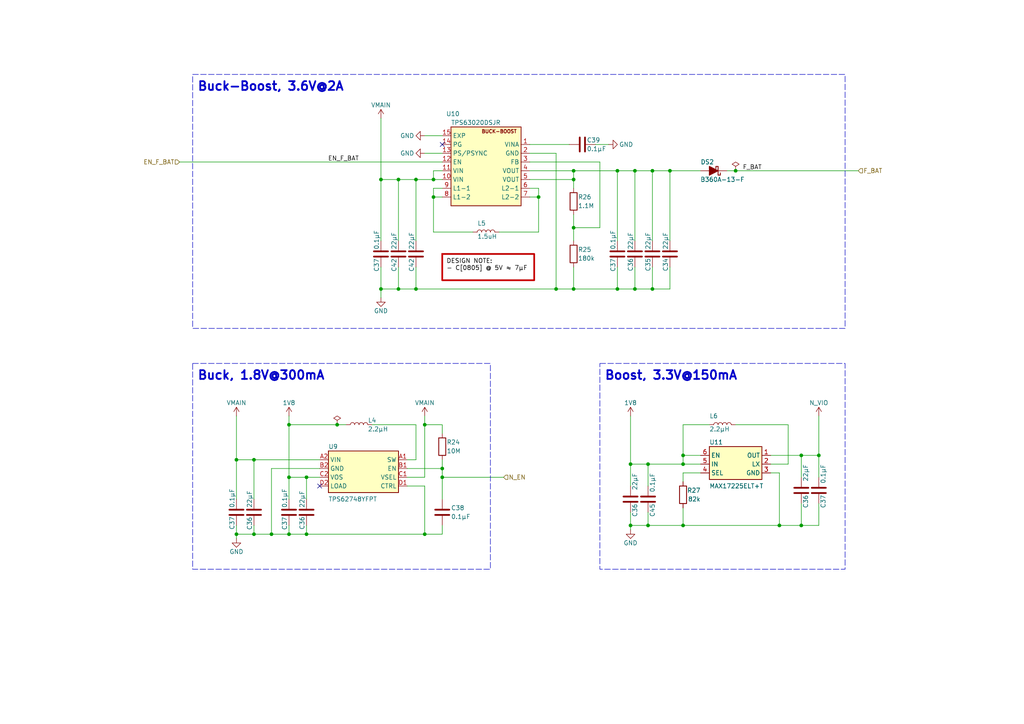
<source format=kicad_sch>
(kicad_sch (version 20230121) (generator eeschema)
  (paper "A4")
  (title_block (title "Notecarrier-F") (date "DRAFT") (rev "B") (comment 1 "Blues Inc") (comment 2 "Heath Raftery"))
  (lib_symbols
    (symbol "Device:C" (pin_numbers hide) (pin_names (offset 0.254))
      (property "Reference" "C" (at 0.635 2.54 0))
      (property "Value" "C" (at 0.635 -2.54 0))
      (symbol "C_1_1"
        (pin passive line (at 0 3.81 270) (length 2.794) (name "~") (number "1"))
        (pin passive line (at 0 -3.81 90) (length 2.794) (name "~") (number "2"))
      )
    )
    (symbol "Device:L" (pin_numbers hide) (pin_names (offset 1.016) hide)
      (property "Reference" "L" (at -1.27 0 90))
      (property "Value" "L" (at 1.905 0 90))
      (symbol "L_1_1"
        (pin passive line (at 0 3.81 270) (length 1.27) (name "1") (number "1"))
        (pin passive line (at 0 -3.81 90) (length 1.27) (name "2") (number "2"))
      )
    )
    (symbol "Device:R" (pin_numbers hide) (pin_names (offset 0))
      (property "Reference" "R" (at 2.032 0 90))
      (property "Value" "R" (at 0 0 90))
      (symbol "R_1_1"
        (pin passive line (at 0 3.81 270) (length 1.27) (name "~") (number "1"))
        (pin passive line (at 0 -3.81 90) (length 1.27) (name "~") (number "2"))
      )
    )
    (symbol "blues-kicad-lib:D_Schottky_Filled_Swapped" (pin_numbers hide) (pin_names (offset 1.016) hide)
      (property "Reference" "D" (at 0 2.54 0))
      (property "Value" "D_Schottky_Filled" (at 0 -2.54 0))
      (symbol "D_Schottky_Filled_Swapped_1_1"
        (pin passive line (at 3.81 0 180) (length 2.54) (name "A") (number "1"))
        (pin passive line (at -3.81 0 0) (length 2.54) (name "K") (number "2"))
      )
    )
    (symbol "blues-kicad-lib:MAX17225ELT_NoLabel"
      (property "Reference" "U5" (at -6.35 6.35 0))
      (property "Value" "MAX17225ELT+" (at -7.62 -6.35 0))
      (symbol "MAX17225ELT_NoLabel_1_1"
        (pin power_out line (at -10.16 2.54 0) (length 2.54) (name "OUT") (number "1"))
        (pin input line (at -10.16 0 0) (length 2.54) (name "LX") (number "2"))
        (pin power_in line (at -10.16 -2.54 0) (length 2.54) (name "GND") (number "3"))
        (pin input line (at 10.16 -2.54 180) (length 2.54) (name "SEL") (number "4"))
        (pin power_in line (at 10.16 0 180) (length 2.54) (name "IN") (number "5"))
        (pin input line (at 10.16 2.54 180) (length 2.54) (name "EN") (number "6"))
      )
    )
    (symbol "blues-kicad-lib:TPS62748YFPT_NoLabel"
      (property "Reference" "U" (at 0 8.89 0))
      (property "Value" "TPS62748YFPT" (at 0 6.35 0))
      (symbol "TPS62748YFPT_NoLabel_1_1"
        (pin power_out line (at 12.7 2.54 180) (length 2.54) (name "SW") (number "A1"))
        (pin power_in line (at -12.7 2.54 0) (length 2.54) (name "VIN") (number "A2"))
        (pin input line (at 12.7 0 180) (length 2.54) (name "EN") (number "B1"))
        (pin power_in line (at -12.7 0 0) (length 2.54) (name "GND") (number "B2"))
        (pin input line (at 12.7 -2.54 180) (length 2.54) (name "VSEL") (number "C1"))
        (pin power_in line (at -12.7 -2.54 0) (length 2.54) (name "VOS") (number "C2"))
        (pin input line (at 12.7 -5.08 180) (length 2.54) (name "CTRL") (number "D1"))
        (pin power_out line (at -12.7 -5.08 0) (length 2.54) (name "LOAD") (number "D2"))
      )
    )
    (symbol "blues-kicad-lib:TPS63020DSJR"
      (property "Reference" "U" (at 0 8.89 0))
      (property "Value" "TPS63020DSJR" (at 0 6.35 0))
      (symbol "TPS63020DSJR_0_1"
        (text "BUCK-BOOST" (at -3.81 3.81 0) (effects (font (size 1 1) bold)))
      )
      (symbol "TPS63020DSJR_1_0"
        (pin power_in line (at 12.7 -10.16 180) (length 2.54) (name "VIN") (number "10"))
        (pin power_in line (at 12.7 -7.62 180) (length 2.54) (name "VIN") (number "11"))
        (pin input line (at 12.7 -5.08 180) (length 2.54) (name "EN") (number "12"))
        (pin input line (at 12.7 -2.54 180) (length 2.54) (name "PS/PSYNC") (number "13"))
        (pin output line (at 12.7 0 180) (length 2.54) (name "PG") (number "14"))
        (pin input line (at 12.7 -15.24 180) (length 2.54) (name "L1-2") (number "8"))
        (pin input line (at 12.7 -12.7 180) (length 2.54) (name "L1-1") (number "9"))
      )
      (symbol "TPS63020DSJR_1_1"
        (pin passive line (at -12.7 0 0) (length 2.54) (name "VINA") (number "1"))
        (pin power_in line (at 12.7 2.54 180) (length 2.54) (name "EXP") (number "15"))
        (pin power_in line (at -12.7 -2.54 0) (length 2.54) (name "GND") (number "2"))
        (pin input line (at -12.7 -5.08 0) (length 2.54) (name "FB") (number "3"))
        (pin power_out line (at -12.7 -7.62 0) (length 2.54) (name "VOUT") (number "4"))
        (pin power_in line (at -12.7 -10.16 0) (length 2.54) (name "VOUT") (number "5"))
        (pin input line (at -12.7 -12.7 0) (length 2.54) (name "L2-1") (number "6"))
        (pin input line (at -12.7 -15.24 0) (length 2.54) (name "L2-2") (number "7"))
      )
    )
    (symbol "blues-kicad-lib:power_1V8" (power) (pin_names (offset 0)) (in_bom no) (on_board no)
      (property "Value" "1V8" (at 0 3.81 0))
      (symbol "power_1V8_1_1"
        (pin power_in line (at 0 0 90) (length 0) hide (name "1V8") (number "1"))
      )
    )
    (symbol "blues-kicad-lib:power_N_VIO" (power) (pin_names (offset 0)) (in_bom no) (on_board no)
      (property "Value" "N_VIO" (at 0 3.81 0))
      (symbol "power_N_VIO_1_1"
        (pin power_in line (at 0 0 90) (length 0) hide (name "N_VIO") (number "1"))
      )
    )
    (symbol "blues-kicad-lib:power_VMAIN" (power) (pin_names (offset 0)) (in_bom no) (on_board no)
      (property "Value" "VMAIN" (at 0 3.81 0))
      (symbol "power_VMAIN_1_1"
        (pin power_in line (at 0 0 90) (length 0) hide (name "VMAIN") (number "1"))
      )
    )
    (symbol "power:GND" (power) (pin_names (offset 0))
      (property "Value" "GND" (at 0 -3.81 0))
      (symbol "GND_1_1"
        (pin power_in line (at 0 0 270) (length 0) hide (name "GND") (number "1"))
      )
    )
    (symbol "power:PWR_FLAG" (power) (pin_numbers hide) (pin_names (offset 0) hide)
      (property "Value" "PWR_FLAG" (at 0 3.81 0))
      (symbol "PWR_FLAG_0_0"
        (pin power_out line (at 0 0 90) (length 0) (name "pwr") (number "1"))
      )
    )
  )
  (junction (at 187.96 152.4))
  (junction (at 184.15 49.53))
  (junction (at 125.73 52.07))
  (junction (at 179.07 83.82))
  (junction (at 88.9 154.94))
  (junction (at 184.15 83.82))
  (junction (at 232.41 152.4))
  (junction (at 115.57 83.82))
  (junction (at 97.79 123.19))
  (junction (at 189.23 49.53))
  (junction (at 194.31 49.53))
  (junction (at 128.27 138.43))
  (junction (at 226.06 152.4))
  (junction (at 110.49 52.07))
  (junction (at 83.82 138.43))
  (junction (at 78.74 154.94))
  (junction (at 123.19 123.19))
  (junction (at 68.58 154.94))
  (junction (at 88.9 138.43))
  (junction (at 166.37 52.07))
  (junction (at 156.21 57.15))
  (junction (at 237.49 132.08))
  (junction (at 166.37 49.53))
  (junction (at 182.88 152.4))
  (junction (at 189.23 83.82))
  (junction (at 179.07 49.53))
  (junction (at 128.27 135.89))
  (junction (at 73.66 133.35))
  (junction (at 166.37 66.04))
  (junction (at 198.12 152.4))
  (junction (at 83.82 154.94))
  (junction (at 120.65 52.07))
  (junction (at 110.49 83.82))
  (junction (at 198.12 134.62))
  (junction (at 187.96 134.62))
  (junction (at 115.57 52.07))
  (junction (at 68.58 133.35))
  (junction (at 120.65 83.82))
  (junction (at 125.73 57.15))
  (junction (at 182.88 134.62))
  (junction (at 232.41 132.08))
  (junction (at 83.82 123.19))
  (junction (at 166.37 83.82))
  (junction (at 213.36 49.53))
  (junction (at 198.12 132.08))
  (junction (at 161.29 83.82))
  (junction (at 73.66 154.94))
  (junction (at 123.19 154.94))
  (no_connect (at 92.71 140.97))
  (no_connect (at 128.27 41.91))
  (wire (pts (xy 184.15 83.82) (xy 189.23 83.82)))
  (wire (pts (xy 166.37 66.04) (xy 173.99 66.04)))
  (wire (pts (xy 115.57 52.07) (xy 120.65 52.07)))
  (wire (pts (xy 123.19 138.43) (xy 123.19 123.19)))
  (wire (pts (xy 173.99 46.99) (xy 153.67 46.99)))
  (wire (pts (xy 172.72 41.91) (xy 176.53 41.91)))
  (wire (pts (xy 115.57 83.82) (xy 120.65 83.82)))
  (wire (pts (xy 110.49 34.29) (xy 110.49 52.07)))
  (wire (pts (xy 68.58 133.35) (xy 68.58 144.78)))
  (wire (pts (xy 153.67 49.53) (xy 166.37 49.53)))
  (wire (pts (xy 228.6 123.19) (xy 213.36 123.19)))
  (wire (pts (xy 73.66 133.35) (xy 92.71 133.35)))
  (wire (pts (xy 110.49 77.47) (xy 110.49 83.82)))
  (wire (pts (xy 228.6 134.62) (xy 228.6 123.19)))
  (wire (pts (xy 194.31 49.53) (xy 194.31 69.85)))
  (wire (pts (xy 125.73 54.61) (xy 125.73 57.15)))
  (wire (pts (xy 166.37 49.53) (xy 179.07 49.53)))
  (wire (pts (xy 153.67 44.45) (xy 161.29 44.45)))
  (wire (pts (xy 205.74 123.19) (xy 198.12 123.19)))
  (wire (pts (xy 198.12 134.62) (xy 187.96 134.62)))
  (wire (pts (xy 92.71 135.89) (xy 78.74 135.89)))
  (wire (pts (xy 187.96 152.4) (xy 198.12 152.4)))
  (wire (pts (xy 120.65 52.07) (xy 125.73 52.07)))
  (wire (pts (xy 128.27 133.35) (xy 128.27 135.89)))
  (wire (pts (xy 128.27 135.89) (xy 128.27 138.43)))
  (wire (pts (xy 156.21 54.61) (xy 156.21 57.15)))
  (wire (pts (xy 78.74 135.89) (xy 78.74 154.94)))
  (wire (pts (xy 166.37 62.23) (xy 166.37 66.04)))
  (wire (pts (xy 88.9 138.43) (xy 88.9 144.78)))
  (wire (pts (xy 125.73 57.15) (xy 125.73 67.31)))
  (wire (pts (xy 153.67 52.07) (xy 166.37 52.07)))
  (wire (pts (xy 125.73 49.53) (xy 125.73 52.07)))
  (wire (pts (xy 179.07 49.53) (xy 179.07 69.85)))
  (wire (pts (xy 198.12 132.08) (xy 198.12 134.62)))
  (wire (pts (xy 166.37 66.04) (xy 166.37 69.85)))
  (wire (pts (xy 68.58 154.94) (xy 68.58 156.21)))
  (wire (pts (xy 120.65 123.19) (xy 120.65 133.35)))
  (wire (pts (xy 68.58 133.35) (xy 73.66 133.35)))
  (wire (pts (xy 166.37 49.53) (xy 166.37 52.07)))
  (wire (pts (xy 237.49 120.65) (xy 237.49 132.08)))
  (wire (pts (xy 198.12 147.32) (xy 198.12 152.4)))
  (wire (pts (xy 128.27 125.73) (xy 128.27 123.19)))
  (wire (pts (xy 198.12 139.7) (xy 198.12 137.16)))
  (wire (pts (xy 83.82 154.94) (xy 88.9 154.94)))
  (wire (pts (xy 166.37 83.82) (xy 179.07 83.82)))
  (wire (pts (xy 182.88 152.4) (xy 182.88 153.67)))
  (wire (pts (xy 115.57 77.47) (xy 115.57 83.82)))
  (wire (pts (xy 156.21 57.15) (xy 153.67 57.15)))
  (wire (pts (xy 210.82 49.53) (xy 213.36 49.53)))
  (wire (pts (xy 189.23 49.53) (xy 189.23 69.85)))
  (wire (pts (xy 153.67 54.61) (xy 156.21 54.61)))
  (wire (pts (xy 128.27 46.99) (xy 52.07 46.99)))
  (wire (pts (xy 110.49 83.82) (xy 110.49 86.36)))
  (wire (pts (xy 128.27 135.89) (xy 118.11 135.89)))
  (wire (pts (xy 83.82 120.65) (xy 83.82 123.19)))
  (wire (pts (xy 166.37 52.07) (xy 166.37 54.61)))
  (wire (pts (xy 123.19 39.37) (xy 128.27 39.37)))
  (wire (pts (xy 120.65 77.47) (xy 120.65 83.82)))
  (wire (pts (xy 182.88 134.62) (xy 187.96 134.62)))
  (wire (pts (xy 110.49 52.07) (xy 110.49 69.85)))
  (wire (pts (xy 68.58 120.65) (xy 68.58 133.35)))
  (wire (pts (xy 223.52 134.62) (xy 228.6 134.62)))
  (wire (pts (xy 128.27 152.4) (xy 128.27 154.94)))
  (wire (pts (xy 118.11 140.97) (xy 123.19 140.97)))
  (wire (pts (xy 198.12 123.19) (xy 198.12 132.08)))
  (wire (pts (xy 194.31 49.53) (xy 203.2 49.53)))
  (wire (pts (xy 161.29 83.82) (xy 166.37 83.82)))
  (wire (pts (xy 110.49 52.07) (xy 115.57 52.07)))
  (wire (pts (xy 118.11 138.43) (xy 123.19 138.43)))
  (wire (pts (xy 83.82 123.19) (xy 97.79 123.19)))
  (wire (pts (xy 128.27 57.15) (xy 125.73 57.15)))
  (wire (pts (xy 156.21 57.15) (xy 156.21 67.31)))
  (wire (pts (xy 182.88 152.4) (xy 187.96 152.4)))
  (wire (pts (xy 161.29 44.45) (xy 161.29 83.82)))
  (wire (pts (xy 198.12 137.16) (xy 203.2 137.16)))
  (wire (pts (xy 115.57 52.07) (xy 115.57 69.85)))
  (wire (pts (xy 198.12 134.62) (xy 203.2 134.62)))
  (wire (pts (xy 237.49 152.4) (xy 232.41 152.4)))
  (wire (pts (xy 226.06 152.4) (xy 198.12 152.4)))
  (wire (pts (xy 182.88 148.59) (xy 182.88 152.4)))
  (wire (pts (xy 223.52 137.16) (xy 226.06 137.16)))
  (wire (pts (xy 237.49 138.43) (xy 237.49 132.08)))
  (wire (pts (xy 232.41 146.05) (xy 232.41 152.4)))
  (wire (pts (xy 88.9 138.43) (xy 92.71 138.43)))
  (wire (pts (xy 128.27 138.43) (xy 128.27 144.78)))
  (wire (pts (xy 189.23 83.82) (xy 194.31 83.82)))
  (wire (pts (xy 73.66 133.35) (xy 73.66 144.78)))
  (wire (pts (xy 203.2 132.08) (xy 198.12 132.08)))
  (wire (pts (xy 179.07 49.53) (xy 184.15 49.53)))
  (wire (pts (xy 88.9 154.94) (xy 123.19 154.94)))
  (wire (pts (xy 128.27 138.43) (xy 146.05 138.43)))
  (wire (pts (xy 128.27 49.53) (xy 125.73 49.53)))
  (wire (pts (xy 182.88 140.97) (xy 182.88 134.62)))
  (wire (pts (xy 223.52 132.08) (xy 232.41 132.08)))
  (wire (pts (xy 189.23 49.53) (xy 194.31 49.53)))
  (wire (pts (xy 189.23 77.47) (xy 189.23 83.82)))
  (wire (pts (xy 232.41 132.08) (xy 232.41 138.43)))
  (wire (pts (xy 100.33 123.19) (xy 97.79 123.19)))
  (wire (pts (xy 182.88 120.65) (xy 182.88 134.62)))
  (wire (pts (xy 110.49 83.82) (xy 115.57 83.82)))
  (wire (pts (xy 73.66 152.4) (xy 73.66 154.94)))
  (wire (pts (xy 123.19 120.65) (xy 123.19 123.19)))
  (wire (pts (xy 237.49 146.05) (xy 237.49 152.4)))
  (wire (pts (xy 120.65 83.82) (xy 161.29 83.82)))
  (wire (pts (xy 83.82 138.43) (xy 88.9 138.43)))
  (wire (pts (xy 78.74 154.94) (xy 83.82 154.94)))
  (wire (pts (xy 179.07 83.82) (xy 184.15 83.82)))
  (wire (pts (xy 184.15 77.47) (xy 184.15 83.82)))
  (wire (pts (xy 187.96 140.97) (xy 187.96 134.62)))
  (wire (pts (xy 237.49 132.08) (xy 232.41 132.08)))
  (wire (pts (xy 83.82 123.19) (xy 83.82 138.43)))
  (wire (pts (xy 68.58 154.94) (xy 73.66 154.94)))
  (wire (pts (xy 179.07 77.47) (xy 179.07 83.82)))
  (wire (pts (xy 83.82 144.78) (xy 83.82 138.43)))
  (wire (pts (xy 173.99 66.04) (xy 173.99 46.99)))
  (wire (pts (xy 88.9 152.4) (xy 88.9 154.94)))
  (wire (pts (xy 194.31 77.47) (xy 194.31 83.82)))
  (wire (pts (xy 107.95 123.19) (xy 120.65 123.19)))
  (wire (pts (xy 166.37 77.47) (xy 166.37 83.82)))
  (wire (pts (xy 120.65 133.35) (xy 118.11 133.35)))
  (wire (pts (xy 184.15 49.53) (xy 184.15 69.85)))
  (wire (pts (xy 187.96 148.59) (xy 187.96 152.4)))
  (wire (pts (xy 123.19 44.45) (xy 128.27 44.45)))
  (wire (pts (xy 83.82 152.4) (xy 83.82 154.94)))
  (wire (pts (xy 125.73 52.07) (xy 128.27 52.07)))
  (wire (pts (xy 232.41 152.4) (xy 226.06 152.4)))
  (wire (pts (xy 184.15 49.53) (xy 189.23 49.53)))
  (wire (pts (xy 123.19 140.97) (xy 123.19 154.94)))
  (wire (pts (xy 226.06 137.16) (xy 226.06 152.4)))
  (wire (pts (xy 125.73 67.31) (xy 137.16 67.31)))
  (wire (pts (xy 123.19 123.19) (xy 128.27 123.19)))
  (wire (pts (xy 156.21 67.31) (xy 144.78 67.31)))
  (wire (pts (xy 73.66 154.94) (xy 78.74 154.94)))
  (wire (pts (xy 128.27 154.94) (xy 123.19 154.94)))
  (wire (pts (xy 213.36 49.53) (xy 248.92 49.53)))
  (wire (pts (xy 128.27 54.61) (xy 125.73 54.61)))
  (wire (pts (xy 68.58 152.4) (xy 68.58 154.94)))
  (wire (pts (xy 153.67 41.91) (xy 165.1 41.91)))
  (wire (pts (xy 120.65 52.07) (xy 120.65 69.85)))
  (rectangle (start 173.99 105.41) (end 245.11 165.1) (stroke (width 0) (type dash)))
  (rectangle (start 55.88 21.59) (end 245.11 95.25) (stroke (width 0) (type dash)))
  (rectangle (start 55.88 105.41) (end 142.24 165.1) (stroke (width 0) (type dash)))
  (text_box "DESIGN NOTE:\n- C[0805] @ 5V ≈ 7µF" (at 128.27 73.66 0) (size 26.67 7.62) (stroke (width 0.5) (color 194 0 0 1)) (effects (font (size 1.27 1.27)) (justify left top)))
  (text "Boost, 3.3V@150mA" (at 175.26 110.49 0) (effects (font (size 2.54 2.54) (thickness 0.508) bold) (justify left bottom)))
  (text "Buck-Boost, 3.6V@2A" (at 57.15 26.67 0) (effects (font (size 2.54 2.54) (thickness 0.508) bold) (justify left bottom)))
  (text "Buck, 1.8V@300mA" (at 57.15 110.49 0) (effects (font (size 2.54 2.54) (thickness 0.508) bold) (justify left bottom)))
  (label "F_BAT" (at 220.98 49.53 180))
  (label "EN_F_BAT" (at 104.14 46.99 180))
  (hierarchical_label "F_BAT" (shape input) (at 248.92 49.53 0))
  (hierarchical_label "EN_F_BAT" (shape input) (at 52.07 46.99 180))
  (hierarchical_label "N_EN" (shape input) (at 146.05 138.43 0))
  (symbol (lib_id "blues-kicad-lib:MAX17225ELT_NoLabel") (at 213.36 134.62 0) (mirror y) (unit 1)
    (property "Reference" "U11" (at 205.74 128.27 0) (effects (justify right)))
    (property "Value" "MAX17225ELT+T" (at 205.74 140.97 0) (effects (justify right)))
    (property "Footprint" "blues-kicad-lib:MAX17225ELT+UDFN_Fv1.2" (effects hide))
    (property "Datasheet" "http://datasheet.octopart.com/MAX17225ELT%2BT-Maxim-Integrated-datasheet-97040570.pdf" (effects hide))
    (property "Description" "IC VOLTAGE REGULATOR SWITCHING BOOST 400mV-5.5V IN 1.8V-5V 1A OUT SMT UDFN-6" (effects hide))
    (property "Manufacturer" "Maxim Integrated" (effects hide))
    (property "MPN" "MAX17225ELT+T" (effects hide))
    (property "Mfr Description" "nanoPower Boost Converter that Extends Battery Life and Reduces Solution Size" (effects hide))
    (property "Design Description" "IC REG BOOST ADJ 1A NANO 6UDFN" (effects hide))
    (property "Design MPN" "MAX17225ELT+" (effects hide))
    (property "Design Manufacturer" "Maxim" (effects hide))
    (property "Design Order Code" "MAX17225ELT+ -ND" (effects hide))
    (property "Design Supplier" "Digi-Key" (effects hide))
    (instances (project "Notecarrier-F" (path "" (reference "U11") (unit 1)) (path "" (reference "U7") (unit 1))))
  )
  (symbol (lib_id "Device:C") (at 182.88 144.78 180) (unit 1)
    (property "Reference" "C36" (at 184.15 146.05 90) (effects (justify left)))
    (property "Value" "22µF" (at 184.15 137.16 90) (effects (justify left)))
    (property "Footprint" "blues-kicad-lib:C-0805_Fv1.2" (effects hide))
    (property "Datasheet" "https://datasheet.octopart.com/CL21A226MOQNNNE-Samsung-Electro-Mechanics-datasheet-136031812.pdf" (effects hide))
    (property "Description" "CAP CER 22uF 20% 16V X5R SMT 0805" (effects hide))
    (property "Manufacturer" "Samsung" (effects hide))
    (property "MPN" "CL21A226MOQNNNE" (effects hide))
    (property "Mfr Description" "Cap Ceramic 22uF 16V X5R 20% SMD 0805 85°C Embossed Plastic T/R" (effects hide))
    (property "Design Description" "Capacitor ceramic 22u ±10% X5R 16V 0805" (effects hide))
    (property "Design MPN" "N/A" (effects hide))
    (property "Design Manufacturer" "N/A" (effects hide))
    (instances (project "Notecarrier-F" (path "" (reference "C36") (unit 1)) (path "" (reference "C21") (unit 1))))
  )
  (symbol (lib_id "Device:L") (at 140.97 67.31 270) (mirror x) (unit 1)
    (property "Reference" "L5" (at 139.7 64.77 90))
    (property "Value" "1.5uH" (at 138.43 68.58 90) (effects (justify left)))
    (property "Footprint" "blues-kicad-lib:VCHA042A-1R5MS6_Fv1.2" (effects hide))
    (property "Description" "IND 1.5uH 20% 7.3A SMT 4.2mmx4.0mmx2.1mm" (effects hide))
    (property "Manufacturer" "Cyntec" (effects hide))
    (property "MPN" "VCHA042A-1R5MS6" (effects hide))
    (property "Mfr Description" "Fixed Ind 1.5UH 7.3A 15.4MOHM Sm" (effects hide))
    (property "Design Description" "Fixed Ind 1.5UH 7.3A 15.4 Mohm" (effects hide))
    (property "Design MPN" "VCHA042A-1R5MS6" (effects hide))
    (property "Design Manufacturer" "Cyntec" (effects hide))
    (property "Design Order Code" "2037-VCHA042A-1R5MS6CT-ND" (effects hide))
    (property "Design Supplier" "Digi-Key" (effects hide))
    (instances (project "Notecarrier-F" (path "" (reference "L5") (unit 1)) (path "" (reference "L2") (unit 1))))
  )
  (symbol (lib_id "blues-kicad-lib:D_Schottky_Filled_Swapped") (at 207.01 49.53 180) (unit 1)
    (property "Reference" "DS2" (at 203.2 46.99 0) (effects (justify right)))
    (property "Value" "B360A-13-F" (at 209.55 52.07 0))
    (property "Footprint" "blues-kicad-lib:DO-214AC SMA_Fv1.2" (effects hide))
    (property "Datasheet" "https://datasheet.octopart.com/B360A-13-F-Diodes-Inc.-datasheet-8329522.pdf" (effects hide))
    (property "MPN" "B360A-13-F" (effects hide))
    (property "Mfr Description" "Rectifier Diode, Schottky, 1 Phase, 1 Element, 3A, 60V V(RRM), Silicon, DO-214AC" (effects hide))
    (property "Description" "DIODE SCHOTTKY 60V 3A SMT DO-214AC-2/SMA" (effects hide))
    (property "Manufacturer" "Diodes Inc." (effects hide))
    (property "Design Description" "Schottky Diode B360-13-F 60V/3A" (effects hide))
    (property "Design MPN" "B360A-13-F" (effects hide))
    (property "Design Manufacturer" "Diodes Inc" (effects hide))
    (property "Design Order Code" "B360A-FDICT-ND" (effects hide))
    (property "Design Supplier" "Digi-Key" (effects hide))
    (instances (project "Notecarrier-F" (path "" (reference "DS2") (unit 1)) (path "" (reference "DS5") (unit 1))))
  )
  (symbol (lib_id "power:GND") (at 182.88 153.67 0) (mirror y) (unit 1)
    (property "Reference" "#PWR075" (effects hide))
    (property "Value" "GND" (at 182.88 157.48 0))
    (instances (project "Notecarrier-F" (path "" (reference "#PWR075") (unit 1)) (path "" (reference "#PWR010") (unit 1))))
  )
  (symbol (lib_id "Device:C") (at 168.91 41.91 270) (mirror x) (unit 1)
    (property "Reference" "C39" (at 170.18 40.64 90) (effects (justify left)))
    (property "Value" "0.1µF" (at 170.18 43.18 90) (effects (justify left)))
    (property "Footprint" "blues-kicad-lib:C-0402_Fv1.2" (effects hide))
    (property "Datasheet" "http://datasheet.octopart.com/CC0402KRX7R7BB104-Yageo-datasheet-10883670.pdf" (effects hide))
    (property "Description" "CAP CER 100nF 10% 16V X7R SMT 0402" (effects hide))
    (property "Manufacturer" "Yageo" (effects hide))
    (property "Datasheet 2" "http://datasheet.octopart.com/CL05B104KO5NNNC-Samsung-Electro-Mechanics-datasheet-81461623.pdf" (effects hide))
    (property "Datasheet 3" "https://datasheet.octopart.com/GRM155R71C104KA88D-Murata-datasheet-6387203.pdf" (effects hide))
    (property "MPN" "CC0402KRX7R7BB104" (effects hide))
    (property "MPN 2" "CL05B104KO5NNNC" (effects hide))
    (property "MPN 3" "GRM155R71C104KA88D" (effects hide))
    (property "Manufacturer 2" "Samsung" (effects hide))
    (property "Manufacturer 3" "Murata" (effects hide))
    (property "Mfr Description" "0402 0.1 uF 16 V ±10 % Tolerance X7R SMT Multilayer Ceramic Capacitor" (effects hide))
    (property "Mfr Description 2" "Ceramic capacitor SMD-0402 100nF /16V X7R# K +-10%, Samsung, RoHS" (effects hide))
    (property "Mfr Description 3" "Multilayer Ceramic Capacitor, 0.1 uF, 16 V, ± 10%, X7R, 0402 [1005 Metric]" (effects hide))
    (property "Design Description" "Capacitor ceramic 100n ±10% X7R 16V 0402" (effects hide))
    (property "Design MPN" "N/A" (effects hide))
    (property "Design Manufacturer" "N/A" (effects hide))
    (property "Design Order Code" "490-3261-1-ND" (effects hide))
    (property "Design Supplier" "Digi-Key" (effects hide))
    (instances (project "Notecarrier-F" (path "" (reference "C39") (unit 1)) (path "" (reference "C18") (unit 1))))
  )
  (symbol (lib_id "Device:R") (at 128.27 129.54 180) (unit 1)
    (property "Reference" "R24" (at 129.54 128.27 0) (effects (justify right)))
    (property "Value" "10M" (at 129.54 130.81 0) (effects (justify right)))
    (property "Footprint" "blues-kicad-lib:R-0402_Fv1.2" (effects hide))
    (property "Datasheet" "http://datasheet.octopart.com/RC0402FR-0710ML-Yageo-datasheet-10408619.pdf" (effects hide))
    (property "Description" "RES 10M OHM 1% 1/16W SMT 0402" (effects hide))
    (property "Manufacturer" "Yageo" (effects hide))
    (property "Datasheet 2" "https://datasheet.octopart.com/AC0402FR-0710ML-Yageo-datasheet-12512238.pdf" (effects hide))
    (property "MPN" "RC0402FR-0710ML" (effects hide))
    (property "MPN 2" "AC0402FR-0710ML" (effects hide))
    (property "Manufacturer 2" "Yageo" (effects hide))
    (property "Mfr Description" "Res General Purpose Thick Film 0402 10M Ohm 1% 1/16W ±100ppm/°C Molded Paper T/R" (effects hide))
    (property "Mfr Description 2" "Res Thick Film 0402 10M Ohm 1% 0.063W(1/16W) ±100ppm/C Pad SMD Automotive T/R" (effects hide))
    (property "Design Description" "Resistor 10M ±1% 0402" (effects hide))
    (property "Design MPN" "N/A" (effects hide))
    (property "Design Manufacturer" "N/A" (effects hide))
    (property "Design Order Code" "RC0402FR-0710ML" (effects hide))
    (property "Design Supplier" "Digi-Key" (effects hide))
    (instances (project "Notecarrier-F" (path "" (reference "R24") (unit 1)) (path "" (reference "R19") (unit 1))))
  )
  (symbol (lib_id "power:GND") (at 110.49 86.36 0) (mirror y) (unit 1)
    (property "Reference" "#PWR073" (effects hide))
    (property "Value" "GND" (at 110.49 90.17 0))
    (instances (project "Notecarrier-F" (path "" (reference "#PWR073") (unit 1)) (path "" (reference "#PWR012") (unit 1))))
  )
  (symbol (lib_id "power:GND") (at 123.19 44.45 270) (mirror x) (unit 1)
    (property "Reference" "#PWR073" (effects hide))
    (property "Value" "GND" (at 118.11 44.45 90))
    (instances (project "Notecarrier-F" (path "" (reference "#PWR073") (unit 1)) (path "" (reference "#PWR03") (unit 1))))
  )
  (symbol (lib_id "blues-kicad-lib:TPS62748YFPT_NoLabel") (at 105.41 135.89 0) (unit 1)
    (property "Reference" "U9" (at 95.25 129.54 0) (effects (justify left)))
    (property "Value" "TPS62748YFPT" (at 95.25 144.78 0) (effects (justify left)))
    (property "Footprint" "blues-kicad-lib:TPS62748YFPT-DSBGA4x2_Fv1.2" (effects hide))
    (property "Datasheet" "https://octopart.com/click/track?ai=8983&ct=datasheets&sig=0c107d0&at=physicalpart&sid=370&ppid=65759719&hlid=32268017" (effects hide))
    (property "Description" "IC VOLTAGE REGULATOR SWITCHING BUCK 2.15V-5.5V IN 1.2V/1.8V 300mA OUT SMT DSBGA-8" (effects hide))
    (property "Manufacturer" "Texas Instruments" (effects hide))
    (property "Datasheet 2" "https://octopart.com/click/track?ai=8983&ct=datasheets&sig=0bb88ac&at=physicalpart&sid=370&ppid=65759720&hlid=32268020" (effects hide))
    (property "MPN" "TPS62748YFPR" (effects hide))
    (property "MPN 2" "TPS62748YFPT" (effects hide))
    (property "Manufacturer 2" "Texas Instruments" (effects hide))
    (property "Mfr Description" "High-efficiency Buck Converter with Ultra-low Quiescent Current and Load Switch 8-DSBGA -40 to 125" (effects hide))
    (property "Mfr Description 2" "Conv DC-DC 2.15V to 5.5V Step Down Single-Out 1.2V/1.8V 0.3A 8-Pin DSBGA T/R" (effects hide))
    (property "Design Description" "IC REG BUCK PROG 300MA 8DSBGA" (effects hide))
    (property "Design MPN" "TPS62748YFPT" (effects hide))
    (property "Design Manufacturer" "Texas Instruments" (effects hide))
    (property "Design Order Code" "296-43000-1-ND" (effects hide))
    (property "Design Supplier" "Digi-Key" (effects hide))
    (instances (project "Notecarrier-F" (path "" (reference "U9") (unit 1)) (path "" (reference "U8") (unit 1))))
  )
  (symbol (lib_id "blues-kicad-lib:power_VMAIN") (at 110.49 34.29 0) (unit 1) (in_bom no) (on_board no)
    (property "Reference" "#PWR069" (effects hide))
    (property "Value" "VMAIN" (at 110.49 30.48 0))
    (instances (project "Notecarrier-F" (path "" (reference "#PWR069") (unit 1)) (path "" (reference "#PWR07") (unit 1))))
  )
  (symbol (lib_id "blues-kicad-lib:power_VMAIN") (at 68.58 120.65 0) (unit 1) (in_bom no) (on_board no)
    (property "Reference" "#PWR069" (effects hide))
    (property "Value" "VMAIN" (at 68.58 116.84 0))
    (instances (project "Notecarrier-F" (path "" (reference "#PWR069") (unit 1)) (path "" (reference "#PWR04") (unit 1))))
  )
  (symbol (lib_id "Device:C") (at 115.57 73.66 180) (unit 1)
    (property "Reference" "C42" (at 114.3 74.93 90) (effects (justify left)))
    (property "Value" "22µF" (at 114.3 67.31 90) (effects (justify left)))
    (property "Footprint" "blues-kicad-lib:C-0805_Fv1.2" (effects hide))
    (property "Datasheet" "https://datasheet.octopart.com/CL21A226MOQNNNE-Samsung-Electro-Mechanics-datasheet-136031812.pdf" (effects hide))
    (property "Description" "CAP CER 22uF 20% 16V X5R SMT 0805" (effects hide))
    (property "Manufacturer" "Samsung" (effects hide))
    (property "MPN" "CL21A226MOQNNNE" (effects hide))
    (property "Mfr Description" "Cap Ceramic 22uF 16V X5R 20% SMD 0805 85°C Embossed Plastic T/R" (effects hide))
    (property "Design Description" "Capacitor ceramic 22u ±10% X5R 16V 0805" (effects hide))
    (property "Design MPN" "N/A" (effects hide))
    (property "Design Manufacturer" "N/A" (effects hide))
    (instances (project "Notecarrier-F" (path "" (reference "C42") (unit 1)) (path "" (reference "C17") (unit 1))))
  )
  (symbol (lib_id "Device:C") (at 179.07 73.66 180) (unit 1)
    (property "Reference" "C37" (at 177.8 74.93 90) (effects (justify left)))
    (property "Value" "0.1µF" (at 177.8 72.39 90) (effects (justify right)))
    (property "Footprint" "blues-kicad-lib:C-0402_Fv1.2" (effects hide))
    (property "Datasheet" "http://datasheet.octopart.com/CC0402KRX7R7BB104-Yageo-datasheet-10883670.pdf" (effects hide))
    (property "Description" "CAP CER 100nF 10% 16V X7R SMT 0402" (effects hide))
    (property "Manufacturer" "Yageo" (effects hide))
    (property "Datasheet 2" "http://datasheet.octopart.com/CL05B104KO5NNNC-Samsung-Electro-Mechanics-datasheet-81461623.pdf" (effects hide))
    (property "Datasheet 3" "https://datasheet.octopart.com/GRM155R71C104KA88D-Murata-datasheet-6387203.pdf" (effects hide))
    (property "MPN" "CC0402KRX7R7BB104" (effects hide))
    (property "MPN 2" "CL05B104KO5NNNC" (effects hide))
    (property "MPN 3" "GRM155R71C104KA88D" (effects hide))
    (property "Manufacturer 2" "Samsung" (effects hide))
    (property "Manufacturer 3" "Murata" (effects hide))
    (property "Mfr Description" "0402 0.1 uF 16 V ±10 % Tolerance X7R SMT Multilayer Ceramic Capacitor" (effects hide))
    (property "Mfr Description 2" "Ceramic capacitor SMD-0402 100nF /16V X7R# K +-10%, Samsung, RoHS" (effects hide))
    (property "Mfr Description 3" "Multilayer Ceramic Capacitor, 0.1 uF, 16 V, ± 10%, X7R, 0402 [1005 Metric]" (effects hide))
    (property "Design Description" "Capacitor ceramic 100n ±10% X7R 16V 0402" (effects hide))
    (property "Design MPN" "N/A" (effects hide))
    (property "Design Manufacturer" "N/A" (effects hide))
    (property "Design Order Code" "490-3261-1-ND" (effects hide))
    (property "Design Supplier" "Digi-Key" (effects hide))
    (instances (project "Notecarrier-F" (path "" (reference "C37") (unit 1)) (path "" (reference "C25") (unit 1))))
  )
  (symbol (lib_id "Device:C") (at 187.96 144.78 0) (mirror x) (unit 1)
    (property "Reference" "C45" (at 189.23 146.05 90) (effects (justify left)))
    (property "Value" "0.1µF" (at 189.23 137.16 90) (effects (justify left)))
    (property "Footprint" "blues-kicad-lib:C-0402_Fv1.2" (effects hide))
    (property "Datasheet" "http://datasheet.octopart.com/CC0402KRX7R7BB104-Yageo-datasheet-10883670.pdf" (effects hide))
    (property "Description" "CAP CER 100nF 10% 16V X7R SMT 0402" (effects hide))
    (property "Manufacturer" "Yageo" (effects hide))
    (property "Datasheet 2" "http://datasheet.octopart.com/CL05B104KO5NNNC-Samsung-Electro-Mechanics-datasheet-81461623.pdf" (effects hide))
    (property "Datasheet 3" "https://datasheet.octopart.com/GRM155R71C104KA88D-Murata-datasheet-6387203.pdf" (effects hide))
    (property "MPN" "CC0402KRX7R7BB104" (effects hide))
    (property "MPN 2" "CL05B104KO5NNNC" (effects hide))
    (property "MPN 3" "GRM155R71C104KA88D" (effects hide))
    (property "Manufacturer 2" "Samsung" (effects hide))
    (property "Manufacturer 3" "Murata" (effects hide))
    (property "Mfr Description" "0402 0.1 uF 16 V ±10 % Tolerance X7R SMT Multilayer Ceramic Capacitor" (effects hide))
    (property "Mfr Description 2" "Ceramic capacitor SMD-0402 100nF /16V X7R# K +-10%, Samsung, RoHS" (effects hide))
    (property "Mfr Description 3" "Multilayer Ceramic Capacitor, 0.1 uF, 16 V, ± 10%, X7R, 0402 [1005 Metric]" (effects hide))
    (property "Design Description" "Capacitor ceramic 100n ±10% X7R 16V 0402" (effects hide))
    (property "Design MPN" "N/A" (effects hide))
    (property "Design Manufacturer" "N/A" (effects hide))
    (property "Design Order Code" "490-3261-1-ND" (effects hide))
    (property "Design Supplier" "Digi-Key" (effects hide))
    (instances (project "Notecarrier-F" (path "" (reference "C45") (unit 1)) (path "" (reference "C28") (unit 1))))
  )
  (symbol (lib_id "blues-kicad-lib:power_VMAIN") (at 123.19 120.65 0) (unit 1) (in_bom no) (on_board no)
    (property "Reference" "#PWR069" (effects hide))
    (property "Value" "VMAIN" (at 123.19 116.84 0))
    (instances (project "Notecarrier-F" (path "" (reference "#PWR069") (unit 1)) (path "" (reference "#PWR05") (unit 1))))
  )
  (symbol (lib_id "power:GND") (at 176.53 41.91 90) (mirror x) (unit 1)
    (property "Reference" "#PWR073" (effects hide))
    (property "Value" "GND" (at 181.61 41.91 90))
    (instances (project "Notecarrier-F" (path "" (reference "#PWR073") (unit 1)) (path "" (reference "#PWR01") (unit 1))))
  )
  (symbol (lib_id "power:GND") (at 123.19 39.37 270) (mirror x) (unit 1)
    (property "Reference" "#PWR073" (effects hide))
    (property "Value" "GND" (at 118.11 39.37 90))
    (instances (project "Notecarrier-F" (path "" (reference "#PWR073") (unit 1)) (path "" (reference "#PWR02") (unit 1))))
  )
  (symbol (lib_id "power:PWR_FLAG") (at 97.79 123.19 0) (unit 1)
    (property "Reference" "#FLG019" (effects hide))
    (property "Value" "PWR_FLAG" (effects hide))
    (instances (project "Notecarrier-F" (path "" (reference "#FLG019") (unit 1)) (path "" (reference "#FLG03") (unit 1))))
  )
  (symbol (lib_id "blues-kicad-lib:power_1V8") (at 182.88 120.65 0) (mirror y) (unit 1) (in_bom no) (on_board no)
    (property "Reference" "#PWR076" (effects hide))
    (property "Value" "1V8" (at 182.88 116.84 0))
    (instances (project "Notecarrier-F" (path "" (reference "#PWR076") (unit 1)) (path "" (reference "#PWR08") (unit 1))))
  )
  (symbol (lib_id "Device:C") (at 128.27 148.59 0) (unit 1)
    (property "Reference" "C38" (at 130.81 147.32 0) (effects (justify left)))
    (property "Value" "0.1µF" (at 130.81 149.86 0) (effects (justify left)))
    (property "Footprint" "blues-kicad-lib:C-0402_Fv1.2" (effects hide))
    (property "Datasheet" "http://datasheet.octopart.com/CC0402KRX7R7BB104-Yageo-datasheet-10883670.pdf" (effects hide))
    (property "Description" "CAP CER 100nF 10% 16V X7R SMT 0402" (effects hide))
    (property "Manufacturer" "Yageo" (effects hide))
    (property "Datasheet 2" "http://datasheet.octopart.com/CL05B104KO5NNNC-Samsung-Electro-Mechanics-datasheet-81461623.pdf" (effects hide))
    (property "Datasheet 3" "https://datasheet.octopart.com/GRM155R71C104KA88D-Murata-datasheet-6387203.pdf" (effects hide))
    (property "MPN" "CC0402KRX7R7BB104" (effects hide))
    (property "MPN 2" "CL05B104KO5NNNC" (effects hide))
    (property "MPN 3" "GRM155R71C104KA88D" (effects hide))
    (property "Manufacturer 2" "Samsung" (effects hide))
    (property "Manufacturer 3" "Murata" (effects hide))
    (property "Mfr Description" "0402 0.1 uF 16 V ±10 % Tolerance X7R SMT Multilayer Ceramic Capacitor" (effects hide))
    (property "Mfr Description 2" "Ceramic capacitor SMD-0402 100nF /16V X7R# K +-10%, Samsung, RoHS" (effects hide))
    (property "Mfr Description 3" "Multilayer Ceramic Capacitor, 0.1 uF, 16 V, ± 10%, X7R, 0402 [1005 Metric]" (effects hide))
    (property "Design Description" "Capacitor ceramic 100n ±10% X7R 16V 0402" (effects hide))
    (property "Design MPN" "N/A" (effects hide))
    (property "Design Manufacturer" "N/A" (effects hide))
    (property "Design Order Code" "490-3261-1-ND" (effects hide))
    (property "Design Supplier" "Digi-Key" (effects hide))
    (instances (project "Notecarrier-F" (path "" (reference "C38") (unit 1)) (path "" (reference "C31") (unit 1))))
  )
  (symbol (lib_id "Device:C") (at 68.58 148.59 0) (mirror y) (unit 1)
    (property "Reference" "C37" (at 67.31 153.67 90) (effects (justify left)))
    (property "Value" "0.1µF" (at 67.31 147.32 90) (effects (justify left)))
    (property "Footprint" "blues-kicad-lib:C-0402_Fv1.2" (effects hide))
    (property "Datasheet" "http://datasheet.octopart.com/CC0402KRX7R7BB104-Yageo-datasheet-10883670.pdf" (effects hide))
    (property "Description" "CAP CER 100nF 10% 16V X7R SMT 0402" (effects hide))
    (property "Manufacturer" "Yageo" (effects hide))
    (property "Datasheet 2" "http://datasheet.octopart.com/CL05B104KO5NNNC-Samsung-Electro-Mechanics-datasheet-81461623.pdf" (effects hide))
    (property "Datasheet 3" "https://datasheet.octopart.com/GRM155R71C104KA88D-Murata-datasheet-6387203.pdf" (effects hide))
    (property "MPN" "CC0402KRX7R7BB104" (effects hide))
    (property "MPN 2" "CL05B104KO5NNNC" (effects hide))
    (property "MPN 3" "GRM155R71C104KA88D" (effects hide))
    (property "Manufacturer 2" "Samsung" (effects hide))
    (property "Manufacturer 3" "Murata" (effects hide))
    (property "Mfr Description" "0402 0.1 uF 16 V ±10 % Tolerance X7R SMT Multilayer Ceramic Capacitor" (effects hide))
    (property "Mfr Description 2" "Ceramic capacitor SMD-0402 100nF /16V X7R# K +-10%, Samsung, RoHS" (effects hide))
    (property "Mfr Description 3" "Multilayer Ceramic Capacitor, 0.1 uF, 16 V, ± 10%, X7R, 0402 [1005 Metric]" (effects hide))
    (property "Design Description" "Capacitor ceramic 100n ±10% X7R 16V 0402" (effects hide))
    (property "Design MPN" "N/A" (effects hide))
    (property "Design Manufacturer" "N/A" (effects hide))
    (property "Design Order Code" "490-3261-1-ND" (effects hide))
    (property "Design Supplier" "Digi-Key" (effects hide))
    (instances (project "Notecarrier-F" (path "" (reference "C37") (unit 1)) (path "" (reference "C26") (unit 1))))
  )
  (symbol (lib_id "Device:R") (at 166.37 73.66 0) (mirror x) (unit 1)
    (property "Reference" "R25" (at 167.64 72.39 0) (effects (justify left)))
    (property "Value" "180k" (at 167.64 74.93 0) (effects (justify left)))
    (property "Footprint" "blues-kicad-lib:R-0402_Fv1.2" (effects hide))
    (property "Datasheet" "http://datasheet.octopart.com/RC0402FR-07180KL-Yageo-datasheet-10408619.pdf" (effects hide))
    (property "Description" "RES 180K OHM 1% 1/16W SMT 0402" (effects hide))
    (property "Manufacturer" "Yageo" (effects hide))
    (property "MPN" "RC0402FR-07180KL" (effects hide))
    (property "Mfr Description" "Res Thick Film 0402 180K Ohm 1% 1/16W +/-100ppm/ßC Molded SMD Paper T/R" (effects hide))
    (property "Design Description" "Resistor 180k ±1% 0402" (effects hide))
    (property "Design MPN" "N/A" (effects hide))
    (property "Design Manufacturer" "N/A" (effects hide))
    (instances (project "Notecarrier-F" (path "" (reference "R25") (unit 1)) (path "" (reference "R14") (unit 1))))
  )
  (symbol (lib_id "Device:C") (at 120.65 73.66 180) (unit 1)
    (property "Reference" "C42" (at 119.38 74.93 90) (effects (justify left)))
    (property "Value" "22µF" (at 119.38 67.31 90) (effects (justify left)))
    (property "Footprint" "blues-kicad-lib:C-0805_Fv1.2" (effects hide))
    (property "Datasheet" "https://datasheet.octopart.com/CL21A226MOQNNNE-Samsung-Electro-Mechanics-datasheet-136031812.pdf" (effects hide))
    (property "Description" "CAP CER 22uF 20% 16V X5R SMT 0805" (effects hide))
    (property "Manufacturer" "Samsung" (effects hide))
    (property "MPN" "CL21A226MOQNNNE" (effects hide))
    (property "Mfr Description" "Cap Ceramic 22uF 16V X5R 20% SMD 0805 85°C Embossed Plastic T/R" (effects hide))
    (property "Design Description" "Capacitor ceramic 22u ±10% X5R 16V 0805" (effects hide))
    (property "Design MPN" "N/A" (effects hide))
    (property "Design Manufacturer" "N/A" (effects hide))
    (instances (project "Notecarrier-F" (path "" (reference "C42") (unit 1)) (path "" (reference "C16") (unit 1))))
  )
  (symbol (lib_id "power:PWR_FLAG") (at 213.36 49.53 0) (mirror y) (unit 1)
    (property "Reference" "#FLG018" (effects hide))
    (property "Value" "PWR_FLAG" (effects hide))
    (instances (project "Notecarrier-F" (path "" (reference "#FLG018") (unit 1)) (path "" (reference "#FLG06") (unit 1))))
  )
  (symbol (lib_id "power:GND") (at 68.58 156.21 0) (unit 1)
    (property "Reference" "#PWR072" (effects hide))
    (property "Value" "GND" (at 68.58 160.02 0))
    (instances (project "Notecarrier-F" (path "" (reference "#PWR072") (unit 1)) (path "" (reference "#PWR09") (unit 1))))
  )
  (symbol (lib_id "Device:C") (at 88.9 148.59 0) (mirror y) (unit 1)
    (property "Reference" "C36" (at 87.63 153.67 90) (effects (justify left)))
    (property "Value" "22µF" (at 87.63 147.32 90) (effects (justify left)))
    (property "Footprint" "blues-kicad-lib:C-0805_Fv1.2" (effects hide))
    (property "Datasheet" "https://datasheet.octopart.com/CL21A226MOQNNNE-Samsung-Electro-Mechanics-datasheet-136031812.pdf" (effects hide))
    (property "Description" "CAP CER 22uF 20% 16V X5R SMT 0805" (effects hide))
    (property "Manufacturer" "Samsung" (effects hide))
    (property "MPN" "CL21A226MOQNNNE" (effects hide))
    (property "Mfr Description" "Cap Ceramic 22uF 16V X5R 20% SMD 0805 85°C Embossed Plastic T/R" (effects hide))
    (property "Design Description" "Capacitor ceramic 22u ±10% X5R 16V 0805" (effects hide))
    (property "Design MPN" "N/A" (effects hide))
    (property "Design Manufacturer" "N/A" (effects hide))
    (instances (project "Notecarrier-F" (path "" (reference "C36") (unit 1)) (path "" (reference "C20") (unit 1))))
  )
  (symbol (lib_id "Device:R") (at 166.37 58.42 0) (mirror x) (unit 1)
    (property "Reference" "R26" (at 167.64 57.15 0) (effects (justify left)))
    (property "Value" "1.1M" (at 167.64 59.69 0) (effects (justify left)))
    (property "Footprint" "blues-kicad-lib:R-0402_Fv1.2" (effects hide))
    (property "Datasheet" "http://datasheet.octopart.com/AC0402FR-071M1L-Yageo-datasheet-12512238.pdf" (effects hide))
    (property "Description" "RES 1.1M OHM 1% 1/16W SMT 0402" (effects hide))
    (property "Manufacturer" "Yageo" (effects hide))
    (property "Datasheet 2" "https://datasheet.octopart.com/RC0402FR-071M1L-Yageo-datasheet-164759695.pdf" (effects hide))
    (property "MPN" "AC0402FR-071M1L" (effects hide))
    (property "MPN 2" "RC0402FR-071M1L" (effects hide))
    (property "Manufacturer 2" "Yageo" (effects hide))
    (property "Mfr Description" "Res Thick Film 0402 1.1M Ohm 1% 0.063W(1/16W) ±100ppm/C Pad SMD Automotive T/R" (effects hide))
    (property "Mfr Description 2" "SMD Chip Resistor, 1.1 MOhm, ± 1%, 63 mW, 0402 [1005 Metric], Thick Film, General Purpose" (effects hide))
    (property "Design Description" "Resistor 1M1 ±1% 0402" (effects hide))
    (property "Design MPN" "N/A" (effects hide))
    (property "Design Manufacturer" "N/A" (effects hide))
    (property "Design Order Code" "13-RC0402FR-071M1LCT-ND" (effects hide))
    (property "Design Supplier" "Digi-Key" (effects hide))
    (instances (project "Notecarrier-F" (path "" (reference "R26") (unit 1)) (path "" (reference "R13") (unit 1))))
  )
  (symbol (lib_id "Device:C") (at 83.82 148.59 0) (mirror x) (unit 1)
    (property "Reference" "C37" (at 82.55 149.86 90) (effects (justify left)))
    (property "Value" "0.1µF" (at 82.55 147.32 90) (effects (justify right)))
    (property "Footprint" "blues-kicad-lib:C-0402_Fv1.2" (effects hide))
    (property "Datasheet" "http://datasheet.octopart.com/CC0402KRX7R7BB104-Yageo-datasheet-10883670.pdf" (effects hide))
    (property "Description" "CAP CER 100nF 10% 16V X7R SMT 0402" (effects hide))
    (property "Manufacturer" "Yageo" (effects hide))
    (property "Datasheet 2" "http://datasheet.octopart.com/CL05B104KO5NNNC-Samsung-Electro-Mechanics-datasheet-81461623.pdf" (effects hide))
    (property "Datasheet 3" "https://datasheet.octopart.com/GRM155R71C104KA88D-Murata-datasheet-6387203.pdf" (effects hide))
    (property "MPN" "CC0402KRX7R7BB104" (effects hide))
    (property "MPN 2" "CL05B104KO5NNNC" (effects hide))
    (property "MPN 3" "GRM155R71C104KA88D" (effects hide))
    (property "Manufacturer 2" "Samsung" (effects hide))
    (property "Manufacturer 3" "Murata" (effects hide))
    (property "Mfr Description" "0402 0.1 uF 16 V ±10 % Tolerance X7R SMT Multilayer Ceramic Capacitor" (effects hide))
    (property "Mfr Description 2" "Ceramic capacitor SMD-0402 100nF /16V X7R# K +-10%, Samsung, RoHS" (effects hide))
    (property "Mfr Description 3" "Multilayer Ceramic Capacitor, 0.1 uF, 16 V, ± 10%, X7R, 0402 [1005 Metric]" (effects hide))
    (property "Design Description" "Capacitor ceramic 100n ±10% X7R 16V 0402" (effects hide))
    (property "Design MPN" "N/A" (effects hide))
    (property "Design Manufacturer" "N/A" (effects hide))
    (property "Design Order Code" "490-3261-1-ND" (effects hide))
    (property "Design Supplier" "Digi-Key" (effects hide))
    (instances (project "Notecarrier-F" (path "" (reference "C37") (unit 1)) (path "" (reference "C32") (unit 1))))
  )
  (symbol (lib_id "blues-kicad-lib:power_N_VIO") (at 237.49 120.65 0) (unit 1) (in_bom no) (on_board no)
    (property "Reference" "#PWR015" (effects hide))
    (property "Value" "N_VIO" (at 237.49 116.84 0))
  )
  (symbol (lib_id "Device:R") (at 198.12 143.51 0) (mirror y) (unit 1)
    (property "Reference" "R27" (at 203.2 142.24 0) (effects (justify left)))
    (property "Value" "82k" (at 203.2 144.78 0) (effects (justify left)))
    (property "Footprint" "blues-kicad-lib:R-0402_Fv1.2" (effects hide))
    (property "Datasheet" "http://datasheet.octopart.com/CRCW040282K0FKED-Vishay-datasheet-62317933.pdf" (effects hide))
    (property "Description" "RES 82K OHM 1% 1/16W SMT 0402" (effects hide))
    (property "Manufacturer" "Vishay" (effects hide))
    (property "Datasheet 2" "http://datasheet.octopart.com/RC0402FR-0782KL-Yageo-datasheet-62067350.pdf" (effects hide))
    (property "Datasheet 3" "http://datasheet.octopart.com/RMCF0402FT82K0-Stackpole-Electronics-datasheet-62091608.pdf" (effects hide))
    (property "MPN" "CRCW040282K0FKED" (effects hide))
    (property "MPN 2" "RC0402FR-0782KL" (effects hide))
    (property "MPN 3" "RMCF0402FT82K0" (effects hide))
    (property "Manufacturer 2" "Yageo" (effects hide))
    (property "Manufacturer 3" "Stackpole Electronics" (effects hide))
    (property "Mfr Description" "Res Thick Film 0402 82K Ohm 1% 1/16W ±100ppm/°C Molded SMD Paper T/R" (effects hide))
    (property "Mfr Description 2" "Res Thick Film 0402 82K Ohm 1% 0.063W(1/16W) ±100ppm/C Pad SMD T/R" (effects hide))
    (property "Mfr Description 3" "Res Thick Film 0402 82K Ohm 1% 0.063W(1/16W) ±100ppm/C Pad SMD Automotive T/R" (effects hide))
    (property "Design Description" "Resistor 82k ±1% 0402" (effects hide))
    (property "Design MPN" "RC0402FR-0782KL" (effects hide))
    (property "Design Manufacturer" "Yageo" (effects hide))
    (property "Design Order Code" "311-82.0KLRCT-ND" (effects hide))
    (property "Design Supplier" "Digi-key" (effects hide))
    (instances (project "Notecarrier-F" (path "" (reference "R27") (unit 1)) (path "" (reference "R17") (unit 1))))
  )
  (symbol (lib_id "Device:C") (at 73.66 148.59 0) (mirror x) (unit 1)
    (property "Reference" "C36" (at 72.39 149.86 90) (effects (justify left)))
    (property "Value" "22µF" (at 72.39 142.24 90) (effects (justify left)))
    (property "Footprint" "blues-kicad-lib:C-0805_Fv1.2" (effects hide))
    (property "Datasheet" "https://datasheet.octopart.com/CL21A226MOQNNNE-Samsung-Electro-Mechanics-datasheet-136031812.pdf" (effects hide))
    (property "Description" "CAP CER 22uF 20% 16V X5R SMT 0805" (effects hide))
    (property "Manufacturer" "Samsung" (effects hide))
    (property "MPN" "CL21A226MOQNNNE" (effects hide))
    (property "Mfr Description" "Cap Ceramic 22uF 16V X5R 20% SMD 0805 85°C Embossed Plastic T/R" (effects hide))
    (property "Design Description" "Capacitor ceramic 22u ±10% X5R 16V 0805" (effects hide))
    (property "Design MPN" "N/A" (effects hide))
    (property "Design Manufacturer" "N/A" (effects hide))
    (instances (project "Notecarrier-F" (path "" (reference "C36") (unit 1)) (path "" (reference "C27") (unit 1))))
  )
  (symbol (lib_id "Device:C") (at 189.23 73.66 0) (unit 1)
    (property "Reference" "C35" (at 187.96 78.74 90) (effects (justify left)))
    (property "Value" "22µF" (at 187.96 72.39 90) (effects (justify left)))
    (property "Footprint" "blues-kicad-lib:C-0805_Fv1.2" (effects hide))
    (property "Datasheet" "https://datasheet.octopart.com/CL21A226MOQNNNE-Samsung-Electro-Mechanics-datasheet-136031812.pdf" (effects hide))
    (property "Description" "CAP CER 22uF 20% 16V X5R SMT 0805" (effects hide))
    (property "Manufacturer" "Samsung" (effects hide))
    (property "MPN" "CL21A226MOQNNNE" (effects hide))
    (property "Mfr Description" "Cap Ceramic 22uF 16V X5R 20% SMD 0805 85°C Embossed Plastic T/R" (effects hide))
    (property "Design Description" "Capacitor ceramic 22u ±10% X5R 16V 0805" (effects hide))
    (property "Design MPN" "N/A" (effects hide))
    (property "Design Manufacturer" "N/A" (effects hide))
    (instances (project "Notecarrier-F" (path "" (reference "C35") (unit 1)) (path "" (reference "C23") (unit 1))))
  )
  (symbol (lib_id "Device:C") (at 237.49 142.24 180) (unit 1)
    (property "Reference" "C37" (at 238.76 143.51 90) (effects (justify left)))
    (property "Value" "0.1µF" (at 238.76 134.62 90) (effects (justify left)))
    (property "Footprint" "blues-kicad-lib:C-0402_Fv1.2" (effects hide))
    (property "Datasheet" "http://datasheet.octopart.com/CC0402KRX7R7BB104-Yageo-datasheet-10883670.pdf" (effects hide))
    (property "Description" "CAP CER 100nF 10% 16V X7R SMT 0402" (effects hide))
    (property "Manufacturer" "Yageo" (effects hide))
    (property "Datasheet 2" "http://datasheet.octopart.com/CL05B104KO5NNNC-Samsung-Electro-Mechanics-datasheet-81461623.pdf" (effects hide))
    (property "Datasheet 3" "https://datasheet.octopart.com/GRM155R71C104KA88D-Murata-datasheet-6387203.pdf" (effects hide))
    (property "MPN" "CC0402KRX7R7BB104" (effects hide))
    (property "MPN 2" "CL05B104KO5NNNC" (effects hide))
    (property "MPN 3" "GRM155R71C104KA88D" (effects hide))
    (property "Manufacturer 2" "Samsung" (effects hide))
    (property "Manufacturer 3" "Murata" (effects hide))
    (property "Mfr Description" "0402 0.1 uF 16 V ±10 % Tolerance X7R SMT Multilayer Ceramic Capacitor" (effects hide))
    (property "Mfr Description 2" "Ceramic capacitor SMD-0402 100nF /16V X7R# K +-10%, Samsung, RoHS" (effects hide))
    (property "Mfr Description 3" "Multilayer Ceramic Capacitor, 0.1 uF, 16 V, ± 10%, X7R, 0402 [1005 Metric]" (effects hide))
    (property "Design Description" "Capacitor ceramic 100n ±10% X7R 16V 0402" (effects hide))
    (property "Design MPN" "N/A" (effects hide))
    (property "Design Manufacturer" "N/A" (effects hide))
    (property "Design Order Code" "490-3261-1-ND" (effects hide))
    (property "Design Supplier" "Digi-Key" (effects hide))
    (instances (project "Notecarrier-F" (path "" (reference "C37") (unit 1)) (path "" (reference "C19") (unit 1))))
  )
  (symbol (lib_id "blues-kicad-lib:power_1V8") (at 83.82 120.65 0) (unit 1) (in_bom no) (on_board no)
    (property "Reference" "#PWR071" (effects hide))
    (property "Value" "1V8" (at 83.82 116.84 0))
    (instances (project "Notecarrier-F" (path "" (reference "#PWR071") (unit 1)) (path "" (reference "#PWR011") (unit 1))))
  )
  (symbol (lib_id "Device:L") (at 209.55 123.19 90) (unit 1)
    (property "Reference" "L6" (at 207.01 120.65 90))
    (property "Value" "2.2µH" (at 205.74 124.46 90) (effects (justify right)))
    (property "Footprint" "blues-kicad-lib:IND_XFL4020-222MEC_Fv1.2" (effects hide))
    (property "Datasheet" "http://datasheet.octopart.com/XFL4020-222MEC-Coilcraft-datasheet-10792328.pdf" (effects hide))
    (property "Description" "IND 2.2uH 20% 3.1A SMT 1616" (effects hide))
    (property "Manufacturer" "Coilcraft" (effects hide))
    (property "MPN" "XFL4020-222MEC" (effects hide))
    (property "Mfr Description" "Inductor Power Shielded Wirewound 2.2uH 20% 1MHz 8A 0.0235Ohm DCR 1515 Automotive T/R" (effects hide))
    (property "Design Description" "Power Inductors - SMD 2.2Uh Shld 8A 23.5mOhms AECQ2" (effects hide))
    (property "Design MPN" "XFL4020-222MEC" (effects hide))
    (property "Design Manufacturer" "Coilcraft" (effects hide))
    (property "Design Order Code" "994-XFL4020-222MEC" (effects hide))
    (property "Design Supplier" "Mouser" (effects hide))
    (instances (project "Notecarrier-F" (path "" (reference "L6") (unit 1)) (path "" (reference "L1") (unit 1))))
  )
  (symbol (lib_id "Device:L") (at 104.14 123.19 90) (unit 1)
    (property "Reference" "L4" (at 107.95 121.92 90))
    (property "Value" "2.2µH" (at 106.68 124.46 90) (effects (justify right)))
    (property "Footprint" "blues-kicad-lib:1285AS-H-2R2M=P2-INDC2016X100N_Fv1.2" (effects hide))
    (property "Datasheet" "http://datasheet.octopart.com/1285AS-H-2R2M%3DP2-Murata-datasheet-138706982.pdf" (effects hide))
    (property "Description" "IND 2.2uH 20% 1.5A SMT 0806" (effects hide))
    (property "Manufacturer" "Murata" (effects hide))
    (property "MPN" "1285AS-H-2R2M=P2" (effects hide))
    (property "Mfr Description" "2.2µH Shielded Wirewound Inductor 1.5A 204mOhm Max 0805 (2012 Metric)" (effects hide))
    (property "Design Description" "FIXED IND 2.2UH 1.5A 204MOHM SMD" (effects hide))
    (property "Design MPN" "1285AS-H-2R2M=P2" (effects hide))
    (property "Design Manufacturer" "Murata Electronics" (effects hide))
    (property "Design Order Code" "490-10600-1-ND" (effects hide))
    (property "Design Supplier" "Digi-Key" (effects hide))
    (instances (project "Notecarrier-F" (path "" (reference "L4") (unit 1)) (path "" (reference "L3") (unit 1))))
  )
  (symbol (lib_id "Device:C") (at 184.15 73.66 0) (unit 1)
    (property "Reference" "C36" (at 182.88 78.74 90) (effects (justify left)))
    (property "Value" "22µF" (at 182.88 72.39 90) (effects (justify left)))
    (property "Footprint" "blues-kicad-lib:C-0805_Fv1.2" (effects hide))
    (property "Datasheet" "https://datasheet.octopart.com/CL21A226MOQNNNE-Samsung-Electro-Mechanics-datasheet-136031812.pdf" (effects hide))
    (property "Description" "CAP CER 22uF 20% 16V X5R SMT 0805" (effects hide))
    (property "Manufacturer" "Samsung" (effects hide))
    (property "MPN" "CL21A226MOQNNNE" (effects hide))
    (property "Mfr Description" "Cap Ceramic 22uF 16V X5R 20% SMD 0805 85°C Embossed Plastic T/R" (effects hide))
    (property "Design Description" "Capacitor ceramic 22u ±10% X5R 16V 0805" (effects hide))
    (property "Design MPN" "N/A" (effects hide))
    (property "Design Manufacturer" "N/A" (effects hide))
    (instances (project "Notecarrier-F" (path "" (reference "C36") (unit 1)) (path "" (reference "C24") (unit 1))))
  )
  (symbol (lib_id "Device:C") (at 110.49 73.66 180) (unit 1)
    (property "Reference" "C37" (at 109.22 74.93 90) (effects (justify left)))
    (property "Value" "0.1µF" (at 109.22 72.39 90) (effects (justify right)))
    (property "Footprint" "blues-kicad-lib:C-0402_Fv1.2" (effects hide))
    (property "Datasheet" "http://datasheet.octopart.com/CC0402KRX7R7BB104-Yageo-datasheet-10883670.pdf" (effects hide))
    (property "Description" "CAP CER 100nF 10% 16V X7R SMT 0402" (effects hide))
    (property "Manufacturer" "Yageo" (effects hide))
    (property "Datasheet 2" "http://datasheet.octopart.com/CL05B104KO5NNNC-Samsung-Electro-Mechanics-datasheet-81461623.pdf" (effects hide))
    (property "Datasheet 3" "https://datasheet.octopart.com/GRM155R71C104KA88D-Murata-datasheet-6387203.pdf" (effects hide))
    (property "MPN" "CC0402KRX7R7BB104" (effects hide))
    (property "MPN 2" "CL05B104KO5NNNC" (effects hide))
    (property "MPN 3" "GRM155R71C104KA88D" (effects hide))
    (property "Manufacturer 2" "Samsung" (effects hide))
    (property "Manufacturer 3" "Murata" (effects hide))
    (property "Mfr Description" "0402 0.1 uF 16 V ±10 % Tolerance X7R SMT Multilayer Ceramic Capacitor" (effects hide))
    (property "Mfr Description 2" "Ceramic capacitor SMD-0402 100nF /16V X7R# K +-10%, Samsung, RoHS" (effects hide))
    (property "Mfr Description 3" "Multilayer Ceramic Capacitor, 0.1 uF, 16 V, ± 10%, X7R, 0402 [1005 Metric]" (effects hide))
    (property "Design Description" "Capacitor ceramic 100n ±10% X7R 16V 0402" (effects hide))
    (property "Design MPN" "N/A" (effects hide))
    (property "Design Manufacturer" "N/A" (effects hide))
    (property "Design Order Code" "490-3261-1-ND" (effects hide))
    (property "Design Supplier" "Digi-Key" (effects hide))
    (instances (project "Notecarrier-F" (path "" (reference "C37") (unit 1)) (path "" (reference "C30") (unit 1))))
  )
  (symbol (lib_id "Device:C") (at 232.41 142.24 180) (unit 1)
    (property "Reference" "C36" (at 233.68 143.51 90) (effects (justify left)))
    (property "Value" "22µF" (at 233.68 134.62 90) (effects (justify left)))
    (property "Footprint" "blues-kicad-lib:C-0805_Fv1.2" (effects hide))
    (property "Datasheet" "https://datasheet.octopart.com/CL21A226MOQNNNE-Samsung-Electro-Mechanics-datasheet-136031812.pdf" (effects hide))
    (property "Description" "CAP CER 22uF 20% 16V X5R SMT 0805" (effects hide))
    (property "Manufacturer" "Samsung" (effects hide))
    (property "MPN" "CL21A226MOQNNNE" (effects hide))
    (property "Mfr Description" "Cap Ceramic 22uF 16V X5R 20% SMD 0805 85°C Embossed Plastic T/R" (effects hide))
    (property "Design Description" "Capacitor ceramic 22u ±10% X5R 16V 0805" (effects hide))
    (property "Design MPN" "N/A" (effects hide))
    (property "Design Manufacturer" "N/A" (effects hide))
    (instances (project "Notecarrier-F" (path "" (reference "C36") (unit 1)) (path "" (reference "C29") (unit 1))))
  )
  (symbol (lib_id "blues-kicad-lib:TPS63020DSJR") (at 140.97 41.91 0) (mirror y) (unit 1)
    (property "Reference" "U10" (at 133.35 33.02 0) (effects (justify left)))
    (property "Value" "TPS63020DSJR" (at 130.81 35.56 0) (effects (justify right)))
    (property "Footprint" "blues-kicad-lib:TI PVSON-14 DSJ_Fv1.2" (effects hide))
    (property "Datasheet" "https://octopart.com/click/track?ai=8983&ct=datasheets&sig=0129b25&at=physicalpart&sid=370&ppid=15756457&hlid=32268673" (effects hide))
    (property "Description" "IC VOLTAGE REGULATOR SWITCHING BUCK-BOOST 1.8V-5.5V IN 1.2V-5.5V 4A OUT SMT VSON-14" (effects hide))
    (property "Manufacturer" "Texas Instruments" (effects hide))
    (property "Datasheet 2" "https://octopart.com/opatz8j6/c1?t=F5MXvDztptQJYCfOaNqYA5YHpfzi7D1AHzYd-XHzW7g_thqbuF__O_vXfmE0jJ46NgLLDlM8ofj3SDFn8zJFZl_xieY9lCYbTUCWS9BKVt-rn9Ej28tDD2laRkV3v3CrmnJAqFvwwvnV5K1NF-McG067VJKWB2jr3_fCLuqC6xHur-_TTE0jf1muCpHSy-57uUACq7843wDux1UHMTnGkEapj4d0IEsudcTewT4BXKt6F798FVmvgLg" (effects hide))
    (property "MPN" "TPS63020DSJR" (effects hide))
    (property "MPN 2" "TPS63020DSJT" (effects hide))
    (property "Manufacturer 2" "Texas Instruments" (effects hide))
    (property "Mfr Description" "High Efficiency Single Inductor Buck-Boost Converter with 4A Switch 14-VSON -40 to 125" (effects hide))
    (property "Mfr Description 2" "High Efficiency Single Inductor Buck-Boost Converter with 4A Switch 14-VSON -40 to 125" (effects hide))
    (property "Design Description" "I.C. DC/DC CONVERTER TPS63020DSJR TEXAS VSON14 SMT" (effects hide))
    (property "Design MPN" "TPS63020DSJR" (effects hide))
    (property "Design Manufacturer" "Texas Instruments" (effects hide))
    (property "Design Order Code" "296-36491-1-ND" (effects hide))
    (property "Design Supplier" "Digi-Key" (effects hide))
    (instances (project "Notecarrier-F" (path "" (reference "U10") (unit 1)) (path "" (reference "U3") (unit 1))))
  )
  (symbol (lib_id "Device:C") (at 194.31 73.66 0) (unit 1)
    (property "Reference" "C34" (at 193.04 78.74 90) (effects (justify left)))
    (property "Value" "22µF" (at 193.04 72.39 90) (effects (justify left)))
    (property "Footprint" "blues-kicad-lib:C-0805_Fv1.2" (effects hide))
    (property "Datasheet" "https://datasheet.octopart.com/CL21A226MOQNNNE-Samsung-Electro-Mechanics-datasheet-136031812.pdf" (effects hide))
    (property "Description" "CAP CER 22uF 20% 16V X5R SMT 0805" (effects hide))
    (property "Manufacturer" "Samsung" (effects hide))
    (property "MPN" "CL21A226MOQNNNE" (effects hide))
    (property "Mfr Description" "Cap Ceramic 22uF 16V X5R 20% SMD 0805 85°C Embossed Plastic T/R" (effects hide))
    (property "Design Description" "Capacitor ceramic 22u ±10% X5R 16V 0805" (effects hide))
    (property "Design MPN" "N/A" (effects hide))
    (property "Design Manufacturer" "N/A" (effects hide))
    (instances (project "Notecarrier-F" (path "" (reference "C34") (unit 1)) (path "" (reference "C22") (unit 1))))
  )
)
</source>
